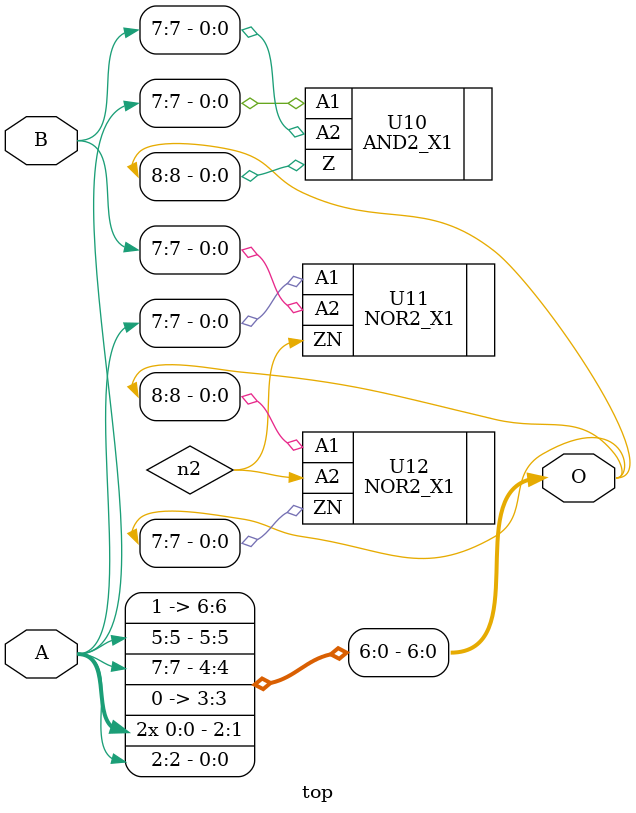
<source format=v>


module top ( A, B, O );
  input [7:0] A;
  input [7:0] B;
  output [8:0] O;
  wire   n2;
  assign O[6] = 1'b1;
  assign O[3] = 1'b0;
  assign O[5] = A[5];
  assign O[4] = A[7];
  assign O[1] = A[0];
  assign O[2] = A[0];
  assign O[0] = A[2];

  AND2_X1 U10 ( .A1(A[7]), .A2(B[7]), .Z(O[8]) );
  NOR2_X1 U11 ( .A1(A[7]), .A2(B[7]), .ZN(n2) );
  NOR2_X1 U12 ( .A1(O[8]), .A2(n2), .ZN(O[7]) );
endmodule


</source>
